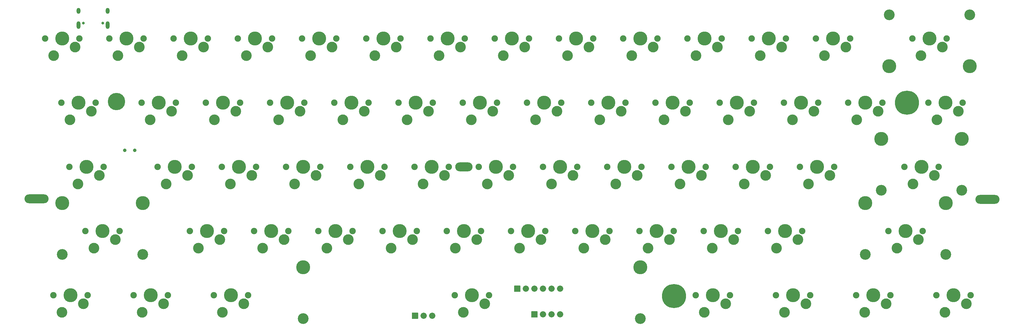
<source format=gts>
%TF.GenerationSoftware,KiCad,Pcbnew,(5.1.10)-1*%
%TF.CreationDate,2021-09-29T22:37:26-06:00*%
%TF.ProjectId,PyKey60,50794b65-7936-4302-9e6b-696361645f70,1.1a*%
%TF.SameCoordinates,Original*%
%TF.FileFunction,Soldermask,Top*%
%TF.FilePolarity,Negative*%
%FSLAX46Y46*%
G04 Gerber Fmt 4.6, Leading zero omitted, Abs format (unit mm)*
G04 Created by KiCad (PCBNEW (5.1.10)-1) date 2021-09-29 22:37:26*
%MOMM*%
%LPD*%
G01*
G04 APERTURE LIST*
%ADD10O,5.152400X2.652400*%
%ADD11O,7.152640X2.651760*%
%ADD12C,7.152640*%
%ADD13C,5.153660*%
%ADD14C,3.202400*%
%ADD15C,4.152400*%
%ADD16C,3.152400*%
%ADD17C,1.902400*%
%ADD18O,1.852400X1.852400*%
%ADD19O,1.152400X2.252400*%
%ADD20C,0.802400*%
%ADD21O,1.152400X1.752400*%
%ADD22C,1.052400*%
G04 APERTURE END LIST*
D10*
%TO.C,H6*%
X190504000Y-111920000D03*
%TD*%
D11*
%TO.C,H3*%
X63754000Y-121445000D03*
%TD*%
%TO.C,H5*%
X345821000Y-121572000D03*
%TD*%
D12*
%TO.C,H4*%
X252825000Y-150274000D03*
%TD*%
%TO.C,H2*%
X321945000Y-92870000D03*
%TD*%
D13*
%TO.C,H1*%
X87489300Y-92520800D03*
%TD*%
D14*
%TO.C,U57*%
X142881000Y-157020000D03*
D15*
X142881000Y-141780000D03*
X242881000Y-141780000D03*
D14*
X242881000Y-157020000D03*
D16*
X190341000Y-155100000D03*
X196691000Y-152560000D03*
D17*
X187801000Y-150020000D03*
X197961000Y-150020000D03*
D15*
X192881000Y-150020000D03*
%TD*%
D14*
%TO.C,U53*%
X309531000Y-137970000D03*
D15*
X309531000Y-122730000D03*
X333407000Y-122730000D03*
D14*
X333407000Y-137970000D03*
D16*
X318929000Y-136050000D03*
X325279000Y-133510000D03*
D17*
X316389000Y-130970000D03*
X326549000Y-130970000D03*
D15*
X321469000Y-130970000D03*
%TD*%
D14*
%TO.C,U42*%
X71374000Y-137970000D03*
D15*
X71374000Y-122730000D03*
X95250000Y-122730000D03*
D14*
X95250000Y-137970000D03*
D16*
X80772000Y-136050000D03*
X87122000Y-133510000D03*
D17*
X78232000Y-130970000D03*
X88392000Y-130970000D03*
D15*
X83312000Y-130970000D03*
%TD*%
D14*
%TO.C,U41*%
X314293000Y-118920000D03*
D15*
X314293000Y-103680000D03*
X338169000Y-103680000D03*
D14*
X338169000Y-118920000D03*
D16*
X323691000Y-117000000D03*
X330041000Y-114460000D03*
D17*
X321151000Y-111920000D03*
X331311000Y-111920000D03*
D15*
X326231000Y-111920000D03*
%TD*%
D14*
%TO.C,U14*%
X316675000Y-66820000D03*
D15*
X316675000Y-82060000D03*
X340551000Y-82060000D03*
D14*
X340551000Y-66820000D03*
D16*
X326073000Y-78900000D03*
X332423000Y-76360000D03*
D17*
X323533000Y-73820000D03*
X333693000Y-73820000D03*
D15*
X328613000Y-73820000D03*
%TD*%
D16*
%TO.C,U29*%
X76042500Y-117000000D03*
X82392500Y-114460000D03*
D17*
X73502500Y-111920000D03*
X83662500Y-111920000D03*
D15*
X78582500Y-111920000D03*
%TD*%
D16*
%TO.C,U28*%
X330835000Y-97950000D03*
X337185000Y-95410000D03*
D17*
X328295000Y-92870000D03*
X338455000Y-92870000D03*
D15*
X333375000Y-92870000D03*
%TD*%
D16*
%TO.C,U15*%
X73660000Y-97950000D03*
X80010000Y-95410000D03*
D17*
X71120000Y-92870000D03*
X81280000Y-92870000D03*
D15*
X76200000Y-92870000D03*
%TD*%
D18*
%TO.C,J4*%
X219075000Y-148115000D03*
X216535000Y-148115000D03*
X213995000Y-148115000D03*
X211455000Y-148115000D03*
X208915000Y-148115000D03*
G36*
G01*
X205525000Y-147188800D02*
X207225000Y-147188800D01*
G75*
G02*
X207301200Y-147265000I0J-76200D01*
G01*
X207301200Y-148965000D01*
G75*
G02*
X207225000Y-149041200I-76200J0D01*
G01*
X205525000Y-149041200D01*
G75*
G02*
X205448800Y-148965000I0J76200D01*
G01*
X205448800Y-147265000D01*
G75*
G02*
X205525000Y-147188800I76200J0D01*
G01*
G37*
%TD*%
%TO.C,J3*%
X219075000Y-155735000D03*
X216535000Y-155735000D03*
X213995000Y-155735000D03*
G36*
G01*
X210605000Y-154808800D02*
X212305000Y-154808800D01*
G75*
G02*
X212381200Y-154885000I0J-76200D01*
G01*
X212381200Y-156585000D01*
G75*
G02*
X212305000Y-156661200I-76200J0D01*
G01*
X210605000Y-156661200D01*
G75*
G02*
X210528800Y-156585000I0J76200D01*
G01*
X210528800Y-154885000D01*
G75*
G02*
X210605000Y-154808800I76200J0D01*
G01*
G37*
%TD*%
%TO.C,J2*%
X181102000Y-156116000D03*
X178562000Y-156116000D03*
G36*
G01*
X175172000Y-155189800D02*
X176872000Y-155189800D01*
G75*
G02*
X176948200Y-155266000I0J-76200D01*
G01*
X176948200Y-156966000D01*
G75*
G02*
X176872000Y-157042200I-76200J0D01*
G01*
X175172000Y-157042200D01*
G75*
G02*
X175095800Y-156966000I0J76200D01*
G01*
X175095800Y-155266000D01*
G75*
G02*
X175172000Y-155189800I76200J0D01*
G01*
G37*
%TD*%
D16*
%TO.C,U61*%
X333204000Y-155100000D03*
X339554000Y-152560000D03*
D17*
X330664000Y-150020000D03*
X340824000Y-150020000D03*
D15*
X335744000Y-150020000D03*
%TD*%
D16*
%TO.C,U60*%
X309391000Y-155100000D03*
X315741000Y-152560000D03*
D17*
X306851000Y-150020000D03*
X317011000Y-150020000D03*
D15*
X311931000Y-150020000D03*
%TD*%
D16*
%TO.C,U59*%
X285591000Y-155100000D03*
X291941000Y-152560000D03*
D17*
X283051000Y-150020000D03*
X293211000Y-150020000D03*
D15*
X288131000Y-150020000D03*
%TD*%
D16*
%TO.C,U58*%
X261779000Y-155100000D03*
X268129000Y-152560000D03*
D17*
X259239000Y-150020000D03*
X269399000Y-150020000D03*
D15*
X264319000Y-150020000D03*
%TD*%
D16*
%TO.C,U56*%
X118904000Y-155100000D03*
X125254000Y-152560000D03*
D17*
X116364000Y-150020000D03*
X126524000Y-150020000D03*
D15*
X121444000Y-150020000D03*
%TD*%
D16*
%TO.C,U55*%
X95091200Y-155100000D03*
X101441200Y-152560000D03*
D17*
X92551200Y-150020000D03*
X102711200Y-150020000D03*
D15*
X97631200Y-150020000D03*
%TD*%
D16*
%TO.C,U54*%
X71278800Y-155100000D03*
X77628800Y-152560000D03*
D17*
X68738800Y-150020000D03*
X78898800Y-150020000D03*
D15*
X73818800Y-150020000D03*
%TD*%
D16*
%TO.C,U52*%
X283210000Y-136050000D03*
X289560000Y-133510000D03*
D17*
X280670000Y-130970000D03*
X290830000Y-130970000D03*
D15*
X285750000Y-130970000D03*
%TD*%
D16*
%TO.C,U51*%
X264160000Y-136050000D03*
X270510000Y-133510000D03*
D17*
X261620000Y-130970000D03*
X271780000Y-130970000D03*
D15*
X266700000Y-130970000D03*
%TD*%
D16*
%TO.C,U50*%
X245110000Y-136050000D03*
X251460000Y-133510000D03*
D17*
X242570000Y-130970000D03*
X252730000Y-130970000D03*
D15*
X247650000Y-130970000D03*
%TD*%
D16*
%TO.C,U49*%
X226060000Y-136050000D03*
X232410000Y-133510000D03*
D17*
X223520000Y-130970000D03*
X233680000Y-130970000D03*
D15*
X228600000Y-130970000D03*
%TD*%
D16*
%TO.C,U48*%
X207010000Y-136050000D03*
X213360000Y-133510000D03*
D17*
X204470000Y-130970000D03*
X214630000Y-130970000D03*
D15*
X209550000Y-130970000D03*
%TD*%
D16*
%TO.C,U47*%
X187960000Y-136050000D03*
X194310000Y-133510000D03*
D17*
X185420000Y-130970000D03*
X195580000Y-130970000D03*
D15*
X190500000Y-130970000D03*
%TD*%
D16*
%TO.C,U46*%
X168910000Y-136050000D03*
X175260000Y-133510000D03*
D17*
X166370000Y-130970000D03*
X176530000Y-130970000D03*
D15*
X171450000Y-130970000D03*
%TD*%
D16*
%TO.C,U45*%
X149860000Y-136050000D03*
X156210000Y-133510000D03*
D17*
X147320000Y-130970000D03*
X157480000Y-130970000D03*
D15*
X152400000Y-130970000D03*
%TD*%
D16*
%TO.C,U44*%
X130810000Y-136050000D03*
X137160000Y-133510000D03*
D17*
X128270000Y-130970000D03*
X138430000Y-130970000D03*
D15*
X133350000Y-130970000D03*
%TD*%
D16*
%TO.C,U43*%
X111760000Y-136050000D03*
X118110000Y-133510000D03*
D17*
X109220000Y-130970000D03*
X119380000Y-130970000D03*
D15*
X114300000Y-130970000D03*
%TD*%
D16*
%TO.C,U40*%
X292735000Y-117000000D03*
X299085000Y-114460000D03*
D17*
X290195000Y-111920000D03*
X300355000Y-111920000D03*
D15*
X295275000Y-111920000D03*
%TD*%
D16*
%TO.C,U39*%
X273685000Y-117000000D03*
X280035000Y-114460000D03*
D17*
X271145000Y-111920000D03*
X281305000Y-111920000D03*
D15*
X276225000Y-111920000D03*
%TD*%
D16*
%TO.C,U38*%
X254635000Y-117000000D03*
X260985000Y-114460000D03*
D17*
X252095000Y-111920000D03*
X262255000Y-111920000D03*
D15*
X257175000Y-111920000D03*
%TD*%
D16*
%TO.C,U37*%
X235585000Y-117000000D03*
X241935000Y-114460000D03*
D17*
X233045000Y-111920000D03*
X243205000Y-111920000D03*
D15*
X238125000Y-111920000D03*
%TD*%
D16*
%TO.C,U36*%
X216535000Y-117000000D03*
X222885000Y-114460000D03*
D17*
X213995000Y-111920000D03*
X224155000Y-111920000D03*
D15*
X219075000Y-111920000D03*
%TD*%
D16*
%TO.C,U35*%
X197485000Y-117000000D03*
X203835000Y-114460000D03*
D17*
X194945000Y-111920000D03*
X205105000Y-111920000D03*
D15*
X200025000Y-111920000D03*
%TD*%
D16*
%TO.C,U34*%
X178435000Y-117000000D03*
X184785000Y-114460000D03*
D17*
X175895000Y-111920000D03*
X186055000Y-111920000D03*
D15*
X180975000Y-111920000D03*
%TD*%
D16*
%TO.C,U33*%
X159385000Y-117000000D03*
X165735000Y-114460000D03*
D17*
X156845000Y-111920000D03*
X167005000Y-111920000D03*
D15*
X161925000Y-111920000D03*
%TD*%
D16*
%TO.C,U32*%
X140335000Y-117000000D03*
X146685000Y-114460000D03*
D17*
X137795000Y-111920000D03*
X147955000Y-111920000D03*
D15*
X142875000Y-111920000D03*
%TD*%
D16*
%TO.C,U31*%
X121285000Y-117000000D03*
X127635000Y-114460000D03*
D17*
X118745000Y-111920000D03*
X128905000Y-111920000D03*
D15*
X123825000Y-111920000D03*
%TD*%
D16*
%TO.C,U30*%
X102235000Y-117000000D03*
X108585000Y-114460000D03*
D17*
X99695000Y-111920000D03*
X109855000Y-111920000D03*
D15*
X104775000Y-111920000D03*
%TD*%
D16*
%TO.C,U27*%
X307022000Y-97950000D03*
X313372000Y-95410000D03*
D17*
X304482000Y-92870000D03*
X314642000Y-92870000D03*
D15*
X309562000Y-92870000D03*
%TD*%
D16*
%TO.C,U26*%
X287972000Y-97950000D03*
X294322000Y-95410000D03*
D17*
X285432000Y-92870000D03*
X295592000Y-92870000D03*
D15*
X290512000Y-92870000D03*
%TD*%
D16*
%TO.C,U25*%
X268922000Y-97950000D03*
X275272000Y-95410000D03*
D17*
X266382000Y-92870000D03*
X276542000Y-92870000D03*
D15*
X271462000Y-92870000D03*
%TD*%
D16*
%TO.C,U24*%
X249872000Y-97950000D03*
X256222000Y-95410000D03*
D17*
X247332000Y-92870000D03*
X257492000Y-92870000D03*
D15*
X252412000Y-92870000D03*
%TD*%
D16*
%TO.C,U23*%
X230822000Y-97950000D03*
X237172000Y-95410000D03*
D17*
X228282000Y-92870000D03*
X238442000Y-92870000D03*
D15*
X233362000Y-92870000D03*
%TD*%
D16*
%TO.C,U22*%
X211772000Y-97950000D03*
X218122000Y-95410000D03*
D17*
X209232000Y-92870000D03*
X219392000Y-92870000D03*
D15*
X214312000Y-92870000D03*
%TD*%
D16*
%TO.C,U21*%
X192722000Y-97950000D03*
X199072000Y-95410000D03*
D17*
X190182000Y-92870000D03*
X200342000Y-92870000D03*
D15*
X195262000Y-92870000D03*
%TD*%
D16*
%TO.C,U20*%
X173672000Y-97950000D03*
X180022000Y-95410000D03*
D17*
X171132000Y-92870000D03*
X181292000Y-92870000D03*
D15*
X176212000Y-92870000D03*
%TD*%
D16*
%TO.C,U19*%
X154622000Y-97950000D03*
X160972000Y-95410000D03*
D17*
X152082000Y-92870000D03*
X162242000Y-92870000D03*
D15*
X157162000Y-92870000D03*
%TD*%
D16*
%TO.C,U18*%
X135572000Y-97950000D03*
X141922000Y-95410000D03*
D17*
X133032000Y-92870000D03*
X143192000Y-92870000D03*
D15*
X138112000Y-92870000D03*
%TD*%
D16*
%TO.C,U17*%
X116522000Y-97950000D03*
X122872000Y-95410000D03*
D17*
X113982000Y-92870000D03*
X124142000Y-92870000D03*
D15*
X119062000Y-92870000D03*
%TD*%
D16*
%TO.C,U16*%
X97472000Y-97950000D03*
X103822000Y-95410000D03*
D17*
X94932000Y-92870000D03*
X105092000Y-92870000D03*
D15*
X100012000Y-92870000D03*
%TD*%
D16*
%TO.C,U13*%
X297498000Y-78900000D03*
X303848000Y-76360000D03*
D17*
X294958000Y-73820000D03*
X305118000Y-73820000D03*
D15*
X300038000Y-73820000D03*
%TD*%
D16*
%TO.C,U12*%
X278448000Y-78900000D03*
X284798000Y-76360000D03*
D17*
X275908000Y-73820000D03*
X286068000Y-73820000D03*
D15*
X280988000Y-73820000D03*
%TD*%
D16*
%TO.C,U11*%
X259398000Y-78900000D03*
X265748000Y-76360000D03*
D17*
X256858000Y-73820000D03*
X267018000Y-73820000D03*
D15*
X261938000Y-73820000D03*
%TD*%
D16*
%TO.C,U10*%
X240348000Y-78900000D03*
X246698000Y-76360000D03*
D17*
X237808000Y-73820000D03*
X247968000Y-73820000D03*
D15*
X242888000Y-73820000D03*
%TD*%
D16*
%TO.C,U9*%
X221298000Y-78900000D03*
X227648000Y-76360000D03*
D17*
X218758000Y-73820000D03*
X228918000Y-73820000D03*
D15*
X223838000Y-73820000D03*
%TD*%
D16*
%TO.C,U8*%
X202248000Y-78900000D03*
X208598000Y-76360000D03*
D17*
X199708000Y-73820000D03*
X209868000Y-73820000D03*
D15*
X204788000Y-73820000D03*
%TD*%
D16*
%TO.C,U7*%
X183198000Y-78900000D03*
X189548000Y-76360000D03*
D17*
X180658000Y-73820000D03*
X190818000Y-73820000D03*
D15*
X185738000Y-73820000D03*
%TD*%
D16*
%TO.C,U6*%
X164148000Y-78900000D03*
X170498000Y-76360000D03*
D17*
X161608000Y-73820000D03*
X171768000Y-73820000D03*
D15*
X166688000Y-73820000D03*
%TD*%
D16*
%TO.C,U5*%
X145098000Y-78900000D03*
X151448000Y-76360000D03*
D17*
X142558000Y-73820000D03*
X152718000Y-73820000D03*
D15*
X147638000Y-73820000D03*
%TD*%
D16*
%TO.C,U4*%
X126048000Y-78900000D03*
X132398000Y-76360000D03*
D17*
X123508000Y-73820000D03*
X133668000Y-73820000D03*
D15*
X128588000Y-73820000D03*
%TD*%
D16*
%TO.C,U3*%
X106998000Y-78900000D03*
X113348000Y-76360000D03*
D17*
X104458000Y-73820000D03*
X114618000Y-73820000D03*
D15*
X109538000Y-73820000D03*
%TD*%
D16*
%TO.C,U2*%
X87947500Y-78900000D03*
X94297500Y-76360000D03*
D17*
X85407500Y-73820000D03*
X95567500Y-73820000D03*
D15*
X90487500Y-73820000D03*
%TD*%
D16*
%TO.C,U1*%
X68897500Y-78900000D03*
X75247500Y-76360000D03*
D17*
X66357500Y-73820000D03*
X76517500Y-73820000D03*
D15*
X71437500Y-73820000D03*
%TD*%
D19*
%TO.C,J1*%
X84838000Y-69838000D03*
X76198000Y-69838000D03*
D20*
X77628000Y-69308000D03*
D21*
X76198000Y-65658000D03*
D20*
X83408000Y-69308000D03*
D21*
X84838000Y-65658000D03*
%TD*%
D22*
%TO.C,SW2*%
X92940000Y-107043000D03*
X89940000Y-107043000D03*
%TD*%
M02*

</source>
